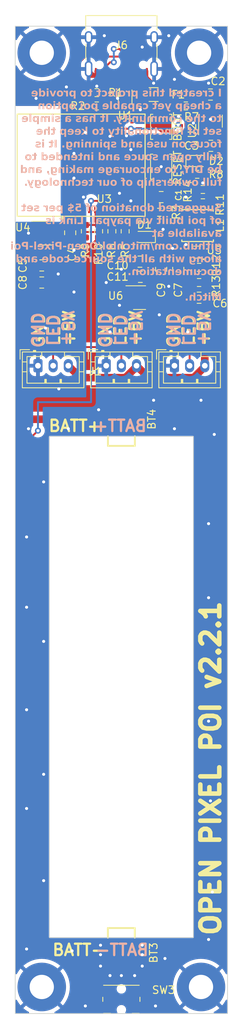
<source format=kicad_pcb>
(kicad_pcb (version 20221018) (generator pcbnew)
  (layers (0 "F.Cu" signal) (31 "B.Cu" signal) (34 "B.Paste" user) (35 "F.Paste" user) (36 "B.SilkS" user "B.Silkscreen") (37 "F.SilkS" user "F.Silkscreen") (38 "B.Mask" user) (39 "F.Mask" user) (44 "Edge.Cuts" user))
  (net 0 "")
  (net 1 "+BATT")
  (net 2 "RESET")
  (net 3 "+5V")
  (net 4 "+3.3V")
  (net 5 "Net-(D1-A)")
  (net 6 "+5VD")
  (net 7 "LED Data")
  (net 8 "Net-(J6-CC1)")
  (net 9 "Net-(J6-D+-PadA6)")
  (net 10 "Net-(J6-D--PadA7)")
  (net 12 "Net-(J6-CC2)")
  (net 14 "BOOT")
  (net 15 "POI SW")
  (net 16 "USB_D+")
  (net 17 "USB_D-")
  (net 19 "VBATT_SENSE")
  (net 29 "REG_SIGNAL")
  (net 34 "Net-(J1-Pin_2)")
  (net 35 "Net-(F1-Pad1)")
  (net 36 "-BATT")
  (net 37 "Net-(D2-K)")
  (net 38 "Net-(D2-A)")
  (net 39 "Net-(U5-SW)")
  (net 40 "Net-(U2-PROG)")
  (net 41 "Net-(U5-FB)")
  (net 43 "ESP LED")
  (footprint "Package_TO_SOT_SMD:SOT-23-5" (layer "F.Cu") (at 54 57.25)
    (fp_text reference "U4")
    (fp_text value "XC6210B332MR")
  )
  (footprint "Resistor_SMD:R_0603_1608Metric" (layer "F.Cu") (at 62.75 57 -90)
    (fp_text reference "R6")
    (fp_text value "100k")
  )
  (footprint "Resistor_SMD:R_0603_1608Metric" (layer "F.Cu") (at 72.5 40.5 180)
    (fp_text reference "R7")
    (fp_text value "2k")
  )
  (footprint "Capacitor_SMD:C_0805_2012Metric" (layer "F.Cu") (at 75.8 45.75)
    (fp_text reference "C3")
    (fp_text value "4.7n")
  )
  (footprint "Resistor_SMD:R_0603_1608Metric" (layer "F.Cu") (at 64.5 57 90)
    (fp_text reference "R5")
    (fp_text value "1k")
  )
  (footprint "easyeda2kicad:SMD_MY-ZJ-110" (layer "F.Cu") (at 64 81.75 -90)
    (fp_text reference "BT4")
    (fp_text value "MY-ZJ-110" hide)
  )
  (footprint "easyeda2kicad:SOT-563_L1.6-W1.2-P0.50-LS1.6-BR" (layer "F.Cu") (at 74 59.75)
    (fp_text reference "U5")
    (fp_text value "TPS61023DRLR")
  )
  (footprint "Capacitor_SMD:C_0805_2012Metric" (layer "F.Cu") (at 75.75 39 180)
    (fp_text reference "C2")
    (fp_text value "4.7n")
  )
  (footprint "Package_TO_SOT_SMD:SOT-23-5" (layer "F.Cu") (at 66.398683 65.739887)
    (fp_text reference "U6")
    (fp_text value "SN74LV1T34DBV")
  )
  (footprint "Capacitor_SMD:C_0805_2012Metric" (layer "F.Cu") (at 69.25 52.5 180)
    (fp_text reference "C1")
    (fp_text value "100n")
  )
  (footprint "Capacitor_SMD:C_0805_2012Metric" (layer "F.Cu") (at 69.25 62 90)
    (fp_text reference "C9")
    (fp_text value "22u")
  )
  (footprint "footprints:ESP32-C3-MINI-1_EXP" (layer "F.Cu") (at 58.6949 48.300001 90)
    (fp_text reference "U3")
    (fp_text value "ESP32-C3-MINI-1-N4")
  )
  (footprint "Package_TO_SOT_SMD:SOT-23-5" (layer "F.Cu") (at 75.75 42.5 90)
    (fp_text reference "U2")
    (fp_text value "MCP73831-2-OT")
  )
  (footprint "Button_Switch_SMD:SW_SPST_B3U-1000P" (layer "F.Cu") (at 69.25 43.25 -90)
    (fp_text reference "SW2" hide)
    (fp_text value "SW_Push" hide)
  )
  (footprint "Connector_JST:JST_PH_B3B-PH-K_1x03_P2.00mm_Vertical" (layer "F.Cu") (at 53 74.7)
    (fp_text reference "J1")
    (fp_text value "Conn_01x03_Socket" hide)
  )
  (footprint "Capacitor_SMD:C_0805_2012Metric" (layer "F.Cu") (at 74.25 65.75)
    (fp_text reference "C6")
    (fp_text value "22u")
  )
  (footprint "Resistor_SMD:R_0603_1608Metric" (layer "F.Cu") (at 60.75 40.5 180)
    (fp_text reference "R2")
    (fp_text value "5k1")
  )
  (footprint "Resistor_SMD:R_0603_1608Metric" (layer "F.Cu") (at 74.75 51.5)
    (fp_text reference "R14")
    (fp_text value "10k")
  )
  (footprint "Resistor_SMD:R_0603_1608Metric" (layer "F.Cu") (at 74.25 63.75 180)
    (fp_text reference "R13")
    (fp_text value "732k")
  )
  (footprint "Capacitor_SMD:C_0805_2012Metric" (layer "F.Cu") (at 53.5 63.75 180)
    (fp_text reference "C8")
    (fp_text value "1u")
  )
  (footprint "easyeda2kicad:IND-SMD_L4.0-W4.0-A" (layer "F.Cu") (at 74.05 56.25 180)
    (fp_text reference "L1")
    (fp_text value "XEL4030-102MEC")
  )
  (footprint "Resistor_SMD:R_0603_1608Metric" (layer "F.Cu") (at 74.75 53.25 180)
    (fp_text reference "R11")
    (fp_text value "100k")
  )
  (footprint "Resistor_SMD:R_0603_1608Metric" (layer "F.Cu") (at 74 49.5 180)
    (fp_text reference "R8")
    (fp_text value "1k")
  )
  (footprint "MountingHole:MountingHole_3.2mm_M3_Pad" (layer "F.Cu") (at 53.5 33.5)
    (fp_text reference "H1" hide)
    (fp_text value "MountingHole" hide)
  )
  (footprint "easyeda2kicad:SMD_MY-ZJ-110" (layer "F.Cu") (at 64 152.25 90)
    (fp_text reference "BT3")
    (fp_text value "MY-ZJ-110" hide)
  )
  (footprint "Capacitor_SMD:C_0805_2012Metric" (layer "F.Cu") (at 66.5 63)
    (fp_text reference "C11")
    (fp_text value "0.1u")
  )
  (footprint "Fuse:Fuse_1206_3216Metric" (layer "F.Cu") (at 68.25 39)
    (fp_text reference "F1")
    (fp_text value "Polyfuse_Small (1A)" hide)
  )
  (footprint "Button_Switch_SMD:SW_SPST_B3U-1000P" (layer "F.Cu") (at 69.25 48.5 -90)
    (fp_text reference "SW1" hide)
    (fp_text value "SW_Push" hide)
  )
  (footprint "Resistor_SMD:R_0603_1608Metric" (layer "F.Cu") (at 59.25 57 -90)
    (fp_text reference "R9")
    (fp_text value "220k")
  )
  (footprint "Package_TO_SOT_SMD:SOT-666" (layer "F.Cu") (at 64.5 39.5 -90)
    (fp_text reference "U1")
    (fp_text value "USBLC6-2P6")
  )
  (footprint "Capacitor_SMD:C_0805_2012Metric" (layer "F.Cu") (at 66.45 61)
    (fp_text reference "C10")
    (fp_text value "1u")
  )
  (footprint "Resistor_SMD:R_0603_1608Metric" (layer "F.Cu") (at 60.75 38.75)
    (fp_text reference "R1")
    (fp_text value "5k1")
  )
  (footprint "Connector_JST:JST_PH_B3B-PH-K_1x03_P2.00mm_Vertical" (layer "F.Cu") (at 62 74.7)
    (fp_text reference "J3" hide)
    (fp_text value "Conn_01x03_Socket" hide)
  )
  (footprint "MountingHole:MountingHole_3.2mm_M3_Pad" (layer "F.Cu") (at 74.5 156.5)
    (fp_text reference "H4" hide)
    (fp_text value "MountingHole" hide)
  )
  (footprint "LED_SMD:LED_0603_1608Metric" (layer "F.Cu") (at 74 47.75)
    (fp_text reference "D2")
    (fp_text value "LED")
  )
  (footprint "Capacitor_SMD:C_0805_2012Metric" (layer "F.Cu") (at 53.5 61.5 180)
    (fp_text reference "C5")
    (fp_text value "1u")
  )
  (footprint "Capacitor_SMD:C_0805_2012Metric" (layer "F.Cu") (at 57.25 57.2 90)
    (fp_text reference "C4")
    (fp_text value "1u")
  )
  (footprint "MountingHole:MountingHole_3.2mm_M3_Pad" (layer "F.Cu") (at 53.5 156.5)
    (fp_text reference "H3" hide)
    (fp_text value "MountingHole" hide)
  )
  (footprint "LED_SMD:LED_0603_1608Metric" (layer "F.Cu") (at 67 57.75 180)
    (fp_text reference "D1")
    (fp_text value "LED")
  )
  (footprint "Button_Switch_SMD:Panasonic_EVQPUL_EVQPUC" (layer "F.Cu") (at 64 158.125 180)
    (fp_text reference "SW3")
    (fp_text value "SW_Push")
  )
  (footprint "Resistor_SMD:R_0603_1608Metric" (layer "F.Cu") (at 69 54.5)
    (fp_text reference "R3")
    (fp_text value "100k")
  )
  (footprint "MountingHole:MountingHole_3.2mm_M3_Pad" (layer "F.Cu") (at 74.25 33.5)
    (fp_text reference "H2" hide)
    (fp_text value "MountingHole" hide)
  )
  (footprint "Capacitor_SMD:C_0805_2012Metric" (layer "F.Cu") (at 71.5 62 90)
    (fp_text reference "C7")
    (fp_text value "22u")
  )
  (footprint "Connector_USB:USB_C_Receptacle_HRO_TYPE-C-31-M-12" (layer "F.Cu") (at 64 32.5 180)
    (fp_text reference "J6")
    (fp_text value "USB_C_Receptacle_USB2.0_16P")
  )
  (footprint "Resistor_SMD:R_0603_1608Metric" (layer "F.Cu") (at 61 57 90)
    (fp_text reference "R10")
    (fp_text value "220k")
  )
  (footprint "Resistor_SMD:R_0603_1608Metric" (layer "F.Cu") (at 74.25 61.75)
    (fp_text reference "R12")
    (fp_text value "100k")
  )
  (footprint "Connector_JST:JST_PH_B3B-PH-K_1x03_P2.00mm_Vertical" (layer "F.Cu") (at 71 74.7)
    (fp_text reference "J2" hide)
    (fp_text value "Conn_01x03_Socket" hide)
  )
  (gr_rect locked (start 54.5 84) (end 73.5 150) (stroke (width 0.1)) (fill none) (layer "Edge.Cuts"))
  (gr_rect locked (start 50 30) (end 78 160) (stroke (width 0.1)) (fill none) (layer "Edge.Cuts"))
  (gr_text "BATT+" (at 67.5 83.5) (layer "B.SilkS") (effects (font (size 1.5 1.5) (thickness 0.3) bold) (justify left bottom mirror)))
  (gr_text "GND" (at 70 72.5 -90) (layer "B.SilkS") (effects (font (size 1.5 1.5) (thickness 0.3) bold) (justify left bottom mirror)))
  (gr_text "GND" (at 52 72.5 -90) (layer "B.SilkS") (effects (font (size 1.5 1.5) (thickness 0.3) bold) (justify left bottom mirror)))
  (gr_text "GND" (at 61 72.5 -90) (layer "B.SilkS") (effects (font (size 1.5 1.5) (thickness 0.3) bold) (justify left bottom mirror)))
  (gr_text "+5V" (at 65 72.25 -90) (layer "B.SilkS") (effects (font (size 1.5 1.5) (thickness 0.3) bold) (justify left bottom mirror)))
  (gr_text "I created this project to provide\na cheap yet capable poi option\nto the community. It has a simple\nset of functionality to keep the\nfocus on use and spinning. It is\nfully open souce and intended to\nbe DIY, to encourage making, and\nfull ownership of our technology.\n\nSuggested donation of 5$ per set\nof poi built via paypal. Link is\navailable at\ngithub.com/mitchlol/Open-Pixel-Poi\nalong with all the source code and\ndocumentation.\n\nMitch." (at 77.25 38.25) (layer "B.SilkS") (effects (font (size 1 1)) (justify left top mirror)))
  (gr_text "LED" (at 54 72.25 -90) (layer "B.SilkS") (effects (font (size 1.5 1.5) (thickness 0.3) bold) (justify left bottom mirror)))
  (gr_text "LED" (at 72 72.25 -90) (layer "B.SilkS") (effects (font (size 1.5 1.5) (thickness 0.3) bold) (justify left bottom mirror)))
  (gr_text "+5V" (at 56 72.25 -90) (layer "B.SilkS") (effects (font (size 1.5 1.5) (thickness 0.3) bold) (justify left bottom mirror)))
  (gr_text "+5V" (at 74 72.25 -90) (layer "B.SilkS") (effects (font (size 1.5 1.5) (thickness 0.3) bold) (justify left bottom mirror)))
  (gr_text "BATT-" (at 67.75 152.5) (layer "B.SilkS") (effects (font (size 1.5 1.5) (thickness 0.3) bold) (justify left bottom mirror)))
  (gr_text "LED" (at 63 72.25 -90) (layer "B.SilkS") (effects (font (size 1.5 1.5) (thickness 0.3) bold) (justify left bottom mirror)))
  (gr_text "RESET" (at 72 51 90) (layer "F.SilkS") (effects (font (size 1 1)) (justify left bottom)))
  (gr_text "+5V" (at 66.75 72.25 90) (layer "F.SilkS") (effects (font (size 1.5 1.5) (thickness 0.3) bold) (justify left bottom)))
  (gr_text "LED" (at 73.75 72.25 90) (layer "F.SilkS") (effects (font (size 1.5 1.5) (thickness 0.3) bold) (justify left bottom)))
  (gr_text "LED" (at 64.75 72.25 90) (layer "F.SilkS") (effects (font (size 1.5 1.5) (thickness 0.3) bold) (justify left bottom)))
  (gr_text "BATT-" (at 54.75 152.5) (layer "F.SilkS") (effects (font (size 1.5 1.5) (thickness 0.3) bold) (justify left bottom)))
  (gr_text "GND" (at 62.75 72.5 90) (layer "F.SilkS") (effects (font (size 1.5 1.5) (thickness 0.3) bold) (justify left bottom)))
  (gr_text "BATT+" (at 54.25 83.5) (layer "F.SilkS") (effects (font (size 1.5 1.5) (thickness 0.3) bold) (justify left bottom)))
  (gr_text "OPEN PIXEL POI v2.2.1" (at 77.25 150 90) (layer "F.SilkS") (effects (font (size 2.5 2.5) (thickness 0.6) bold) (justify left bottom)))
  (gr_text "GND" (at 54 72.5 90) (layer "F.SilkS") (effects (font (size 1.5 1.5) (thickness 0.3) bold) (justify left bottom)))
  (gr_text "+5V" (at 58 72.25 90) (layer "F.SilkS") (effects (font (size 1.5 1.5) (thickness 0.3) bold) (justify left bottom)))
  (gr_text "LED" (at 56 72.25 90) (layer "F.SilkS") (effects (font (size 1.5 1.5) (thickness 0.3) bold) (justify left bottom)))
  (gr_text "+5V" (at 75.75 72.25 90) (layer "F.SilkS") (effects (font (size 1.5 1.5) (thickness 0.3) bold) (justify left bottom)))
  (gr_text "GND" (at 71.75 72.5 90) (layer "F.SilkS") (effects (font (size 1.5 1.5) (thickness 0.3) bold) (justify left bottom)))
  (gr_text "BOOT" (at 72 45.25 90) (layer "F.SilkS") (effects (font (size 1 1)) (justify left bottom)))
  (segment (start 76.75 65.5) (end 76.75 81.75) (width 1) (layer "F.Cu") (net 1))
  (segment (start 75.2 65.75) (end 76.5 65.75) (width 0.5) (layer "F.Cu") (net 1))
  (segment (start 64 81.75) (end 76.75 81.75) (width 1) (layer "F.Cu") (net 1))
  (segment (start 51 56.974695) (end 51 58.4) (width 0.25) (layer "F.Cu") (net 1))
  (segment (start 75.25 58.75) (end 75.1 58.9) (width 1) (layer "F.Cu") (net 1))
  (segment (start 76.75 43.6875) (end 76.7 43.6375) (width 0.25) (layer "F.Cu") (net 1))
  (segment (start 76.75 45.75) (end 76.75 53) (width 1) (layer "F.Cu") (net 1))
  (segment (start 64 81.75) (end 51.25 81.75) (width 1) (layer "F.Cu") (net 1))
  (segment (start 53.524999 58.2) (end 54.474999 57.25) (width 0.25) (layer "F.Cu") (net 1))
  (segment (start 52.55 61.5) (end 51 61.5) (width 0.25) (layer "F.Cu") (net 1))
  (segment (start 75.575 53.25) (end 76.5 53.25) (width 0.5) (layer "F.Cu") (net 1))
  (segment (start 52.8625 58.4) (end 51 58.4) (width 1) (layer "F.Cu") (net 1))
  (segment (start 51.674695 56.3) (end 51 56.974695) (width 0.25) (layer "F.Cu") (net 1))
  (segment (start 51 63.75) (end 51 81.5) (width 1) (layer "F.Cu") (net 1))
  (segment (start 53.524999 56.3) (end 52.8625 56.3) (width 0.25) (layer "F.Cu") (net 1))
  (segment (start 51.25 81.75) (end 51 81.5) (width 0.25) (layer "F.Cu") (net 1))
  (segment (start 59.25 57.825) (end 58.4701 57.825) (width 0.25) (layer "F.Cu") (net 1))
  (segment (start 76.75 53) (end 76.75 65.5) (width 1) (layer "F.Cu") (net 1))
  (segment (start 58.4701 57.825) (end 57.8951 57.25) (width 0.25) (layer "F.Cu") (net 1))
  (segment (start 76.75 45.75) (end 76.75 43.6875) (width 0.6) (layer "F.Cu") (net 1))
  (segment (start 52.8625 58.2) (end 53.524999 58.2) (width 0.25) (layer "F.Cu") (net 1))
  (segment (start 76.5 65.75) (end 76.75 65.5) (width 0.5) (layer "F.Cu") (net 1))
  (segment (start 51 58.4) (end 51 61.5) (width 1) (layer "F.Cu") (net 1))
  (segment (start 51 61.5) (end 51 63.75) (width 1) (layer "F.Cu") (net 1))
  (segment (start 75.25 56.25) (end 75.25 58.75) (width 1) (layer "F.Cu") (net 1))
  (segment (start 75.25 56.25) (end 76.5 56.25) (width 1) (layer "F.Cu") (net 1))
  (segment (start 57.8951 57.25) (end 54.474999 57.25) (width 0.25) (layer "F.Cu") (net 1))
  (segment (start 52.55 63.75) (end 51 63.75) (width 0.25) (layer "F.Cu") (net 1))
  (segment (start 52.8625 56.3) (end 51.674695 56.3) (width 0.25) (layer "F.Cu") (net 1))
  (segment (start 54.474999 57.25) (end 53.524999 56.3) (width 0.25) (layer "F.Cu") (net 1))
  (segment (start 76.5 53.25) (end 76.75 53) (width 0.5) (layer "F.Cu") (net 1))
  (segment (start 68.175 52.625) (end 68.3 52.5) (width 0.25) (layer "F.Cu") (net 2))
  (segment (start 68.3 51.15) (end 69.25 50.2) (width 0.25) (layer "F.Cu") (net 2))
  (segment (start 67.425 55.25) (end 63 55.25) (width 0.25) (layer "F.Cu") (net 2))
  (segment (start 68.175 54.5) (end 67.425 55.25) (width 0.25) (layer "F.Cu") (net 2))
  (segment (start 68.3 52.5) (end 68.3 51.15) (width 0.25) (layer "F.Cu") (net 2))
  (segment (start 68.175 54.5) (end 68.175 52.625) (width 0.25) (layer "F.Cu") (net 2))
  (segment (start 63 55.25) (end 62.999999 54.199999) (width 0.25) (layer "F.Cu") (net 2))
  (segment (start 67.675 62.825) (end 67.75 62.75) (width 0.25) (layer "F.Cu") (net 3))
  (segment (start 69.25 61.05) (end 71.5 61.05) (width 1) (layer "F.Cu") (net 3))
  (segment (start 57 74.7) (end 58.575 76.275) (width 1) (layer "F.Cu") (net 3))
  (segment (start 75 74.7) (end 75 67.5) (width 1) (layer "F.Cu") (net 3))
  (segment (start 75 74.813478) (end 75 74.7) (width 1) (layer "F.Cu") (net 3))
  (segment (start 74.15 62.55) (end 74.15 61.15) (width 0.25) (layer "F.Cu") (net 3))
  (segment (start 67.75 61.25) (end 67.95 61.05) (width 1) (layer "F.Cu") (net 3))
  (segment (start 68.188355 64.137715) (end 68.362285 64.137715) (width 0.25) (layer "F.Cu") (net 3))
  (segment (start 67.95 61.05) (end 69.25 61.05) (width 1) (layer "F.Cu") (net 3))
  (segment (start 67.75 63.52543) (end 67.75 62.75) (width 1) (layer "F.Cu") (net 3))
  (segment (start 71.5 61.05) (end 72.2 60.35) (width 0.5) (layer "F.Cu") (net 3))
  (segment (start 64.538478 76.275) (end 66 74.813478) (width 1) (layer "F.Cu") (net 3))
  (segment (start 72.2 60.35) (end 73.25 60.35) (width 0.5) (layer "F.Cu") (net 3))
  (segment (start 75 67.5) (end 71.72457 67.5) (width 1) (layer "F.Cu") (net 3))
  (segment (start 68.362285 64.137715) (end 67.75 63.52543) (width 1) (layer "F.Cu") (net 3))
  (segment (start 66 74.813478) (end 66 74.7) (width 1) (layer "F.Cu") (net 3))
  (segment (start 67.536183 64.789887) (end 68.188355 64.137715) (width 0.25) (layer "F.Cu") (net 3))
  (segment (start 74.15 61.15) (end 73.25 60.25) (width 0.25) (layer "F.Cu") (net 3))
  (segment (start 67.575 76.275) (end 73.538478 76.275) (width 1) (layer "F.Cu") (net 3))
  (segment (start 73.425 63.275) (end 74.15 62.55) (width 0.25) (layer "F.Cu") (net 3))
  (segment (start 58.575 76.275) (end 64.538478 76.275) (width 1) (layer "F.Cu") (net 3))
  (segment (start 67.75 62.75) (end 67.75 61.25) (width 1) (layer "F.Cu") (net 3))
  (segment (start 71.72457 67.5) (end 68.362285 64.137715) (width 1) (layer "F.Cu") (net 3))
  (segment (start 73.538478 76.275) (end 75 74.813478) (width 1) (layer "F.Cu") (net 3))
  (segment (start 66 74.7) (end 67.575 76.275) (width 1) (layer "F.Cu") (net 3))
  (segment (start 55.1375 56.3) (end 57.2 56.3) (width 0.25) (layer "F.Cu") (net 4))
  (segment (start 57.25 56.25) (end 57.951996 56.25) (width 0.25) (layer "F.Cu") (net 4))
  (segment (start 67.9 56.9) (end 63.675 56.9) (width 0.25) (layer "F.Cu") (net 4))
  (segment (start 57.2 56.3) (end 57.25 56.25) (width 0.25) (layer "F.Cu") (net 4))
  (segment (start 58.85 57.1) (end 62.025 57.1) (width 0.25) (layer "F.Cu") (net 4))
  (segment (start 62.025 57.1) (end 62.75 57.825) (width 0.25) (layer "F.Cu") (net 4))
  (segment (start 69.825 54.975) (end 67.9 56.9) (width 0.25) (layer "F.Cu") (net 4))
  (segment (start 57.951996 56.25) (end 58.25 55.951996) (width 0.25) (layer "F.Cu") (net 4))
  (segment (start 58.25 56.5) (end 58.85 57.1) (width 0.25) (layer "F.Cu") (net 4))
  (segment (start 69.825 54.5) (end 69.825 54.975) (width 0.25) (layer "F.Cu") (net 4))
  (segment (start 63.675 56.9) (end 62.75 57.825) (width 0.25) (layer "F.Cu") (net 4))
  (segment (start 59 55.201996) (end 58.25 55.951996) (width 0.25) (layer "F.Cu") (net 4))
  (segment (start 58.25 55.951996) (end 58.25 56.5) (width 0.25) (layer "F.Cu") (net 4))
  (segment (start 59 54.199999) (end 59 55.201996) (width 0.25) (layer "F.Cu") (net 4))
  (segment (start 66.1375 57.825) (end 66.2125 57.75) (width 0.25) (layer "F.Cu") (net 5))
  (segment (start 64.5 57.825) (end 66.1375 57.825) (width 0.25) (layer "F.Cu") (net 5))
  (segment (start 69.65 39.6) (end 69 40.25) (width 0.25) (layer "F.Cu") (net 6))
  (segment (start 74.8 39.4625) (end 74.8 39) (width 0.25) (layer "F.Cu") (net 6))
  (segment (start 69.65 39) (end 69.65 39.6) (width 0.25) (layer "F.Cu") (net 6))
  (segment (start 76.7 41.3625) (end 74.8 39.4625) (width 1) (layer "F.Cu") (net 6))
  (segment (start 74.8 39) (end 72.5 39) (width 1) (layer "F.Cu") (net 6))
  (segment (start 65.5 39.75) (end 64.55 39.75) (width 0.25) (layer "F.Cu") (net 6))
  (segment (start 73.175 49.5) (end 72.45 48.775) (width 0.25) (layer "F.Cu") (net 6))
  (segment (start 69 40.25) (end 66 40.25) (width 0.25) (layer "F.Cu") (net 6))
  (segment (start 66 40.25) (end 65.5 39.75) (width 0.25) (layer "F.Cu") (net 6))
  (segment (start 64.55 39.75) (end 64.5 39.8) (width 0.25) (layer "F.Cu") (net 6))
  (segment (start 72.45 48.775) (end 72.45 39.05) (width 0.25) (layer "F.Cu") (net 6))
  (segment (start 64.5 39.8) (end 64.5 40.425) (width 0.25) (layer "F.Cu") (net 6))
  (segment (start 72.5 39) (end 69.65 39) (width 1) (layer "F.Cu") (net 6))
  (segment (start 72.45 39.05) (end 72.5 39) (width 0.25) (layer "F.Cu") (net 6))
  (segment (start 67.450002 45.100002) (end 66.3 45.100002) (width 0.25) (layer "F.Cu") (net 7))
  (segment (start 64.598684 65.739887) (end 63 64.141203) (width 0.25) (layer "F.Cu") (net 7))
  (segment (start 64.25 58.75) (end 69 58.75) (width 0.25) (layer "F.Cu") (net 7))
  (segment (start 63 64.141203) (end 63 60) (width 0.25) (layer "F.Cu") (net 7))
  (segment (start 71.25 56.5) (end 71.25 52.224695) (width 0.25) (layer "F.Cu") (net 7))
  (segment (start 65.261183 65.739887) (end 64.598684 65.739887) (width 0.25) (layer "F.Cu") (net 7))
  (segment (start 70.4 46) (end 68.35 46) (width 0.25) (layer "F.Cu") (net 7))
  (segment (start 68.35 46) (end 67.450002 45.100002) (width 0.25) (layer "F.Cu") (net 7))
  (segment (start 71.25 52.224695) (end 71.55 51.924695) (width 0.25) (layer "F.Cu") (net 7))
  (segment (start 71.55 47.15) (end 70.4 46) (width 0.25) (layer "F.Cu") (net 7))
  (segment (start 69 58.75) (end 71.25 56.5) (width 0.25) (layer "F.Cu") (net 7))
  (segment (start 63 60) (end 64.25 58.75) (width 0.25) (layer "F.Cu") (net 7))
  (segment (start 71.55 51.924695) (end 71.55 47.15) (width 0.25) (layer "F.Cu") (net 7))
  (segment (start 65.25 35.363604) (end 65.25 36.545) (width 0.25) (layer "F.Cu") (net 8))
  (segment (start 59.925 38.75) (end 59.925 38.675) (width 0.25) (layer "F.Cu") (net 8))
  (segment (start 58.5 34.75) (end 59.25 34) (width 0.25) (layer "F.Cu") (net 8))
  (segment (start 59.925 38.675) (end 58.5 37.25) (width 0.25) (layer "F.Cu") (net 8))
  (segment (start 63.886396 34) (end 65.25 35.363604) (width 0.25) (layer "F.Cu") (net 8))
  (segment (start 59.25 34) (end 63.886396 34) (width 0.25) (layer "F.Cu") (net 8))
  (segment (start 58.5 37.25) (end 58.5 34.75) (width 0.25) (layer "F.Cu") (net 8))
  (segment (start 64.25 36.545) (end 64.25 37.57) (width 0.25) (layer "F.Cu") (net 9))
  (segment (start 63.75 37.595) (end 63.275 37.595) (width 0.25) (layer "F.Cu") (net 9))
  (segment (start 64.25 37.57) (end 64.225 37.595) (width 0.25) (layer "F.Cu") (net 9))
  (segment (start 63.275 37.595) (end 63.25 37.57) (width 0.25) (layer "F.Cu") (net 9))
  (segment (start 63.9625 37.8075) (end 63.75 37.595) (width 0.25) (layer "F.Cu") (net 9))
  (segment (start 64.225 37.595) (end 63.75 37.595) (width 0.25) (layer "F.Cu") (net 9))
  (segment (start 63.25 37.57) (end 63.25 36.545) (width 0.25) (layer "F.Cu") (net 9))
  (segment (start 63.9625 38.65) (end 63.9625 37.8075) (width 0.25) (layer "F.Cu") (net 9))
  (segment (start 64.75 35.5) (end 64.75 36.545) (width 0.25) (layer "F.Cu") (net 10))
  (segment (start 65.0375 37.8575) (end 64.75 37.57) (width 0.25) (layer "F.Cu") (net 10))
  (segment (start 64.745 35.495) (end 64.75 35.5) (width 0.25) (layer "F.Cu") (net 10))
  (segment (start 63.75 35.52) (end 63.775 35.495) (width 0.25) (layer "F.Cu") (net 10))
  (segment (start 64.75 37.57) (end 64.75 36.545) (width 0.25) (layer "F.Cu") (net 10))
  (segment (start 65.0375 38.65) (end 65.0375 37.8575) (width 0.25) (layer "F.Cu") (net 10))
  (segment (start 63.775 35.495) (end 64.745 35.495) (width 0.25) (layer "F.Cu") (net 10))
  (segment (start 63.75 36.545) (end 63.75 35.52) (width 0.25) (layer "F.Cu") (net 10))
  (segment (start 62.75 40) (end 62.25 40.5) (width 0.25) (layer "F.Cu") (net 12))
  (segment (start 62.25 36.545) (end 62.25 37.5) (width 0.25) (layer "F.Cu") (net 12))
  (segment (start 62.25 37.5) (end 62.75 38) (width 0.25) (layer "F.Cu") (net 12))
  (segment (start 62.25 40.5) (end 61.575 40.5) (width 0.25) (layer "F.Cu") (net 12))
  (segment (start 62.75 38) (end 62.75 40) (width 0.25) (layer "F.Cu") (net 12))
  (segment (start 68.600001 44.300001) (end 66.3 44.300001) (width 0.25) (layer "F.Cu") (net 14))
  (segment (start 69.25 44.95) (end 68.600001 44.300001) (width 0.25) (layer "F.Cu") (net 14))
  (segment (start 52.25 149) (end 52.25 84) (width 0.25) (layer "F.Cu") (net 15))
  (segment (start 66.4 157.5) (end 61.6 157.5) (width 0.25) (layer "F.Cu") (net 15))
  (segment (start 61.6 157.5) (end 61.375 157.275) (width 0.25) (layer "F.Cu") (net 15))
  (segment (start 66.625 157.275) (end 66.4 157.5) (width 0.25) (layer "F.Cu") (net 15))
  (segment (start 61.375 157.275) (end 60.525 157.275) (width 0.25) (layer "F.Cu") (net 15))
  (segment (start 60.525 157.275) (end 52.25 149) (width 0.25) (layer "F.Cu") (net 15))
  (segment (start 62.75 56.175) (end 61.4 54.825) (width 0.25) (layer "F.Cu") (net 15))
  (segment (start 61.4 54.199999) (end 61.4 53.543599) (width 0.25) (layer "F.Cu") (net 15))
  (segment (start 52.25 84) (end 53 83.25) (width 0.25) (layer "F.Cu") (net 15))
  (segment (start 61.4 54.825) (end 61.4 54.199999) (width 0.25) (layer "F.Cu") (net 15))
  (segment (start 61.4 53.543599) (end 60.856401 53) (width 0.25) (layer "F.Cu") (net 15))
  (segment (start 60.856401 53) (end 60 53) (width 0.25) (layer "F.Cu") (net 15))
  (via (at 53 83.25) (size 0.8) (drill 0.4) (layers "F.Cu" "B.Cu") (net 15))
  (via (at 60 53) (size 0.8) (drill 0.4) (layers "F.Cu" "B.Cu") (net 15))
  (segment (start 60 79.5) (end 53 79.5) (width 0.25) (layer "B.Cu") (net 15))
  (segment (start 53 79.5) (end 53 83.25) (width 0.25) (layer "B.Cu") (net 15))
  (segment (start 60 53) (end 60 79.5) (width 0.25) (layer "B.Cu") (net 15))
  (segment (start 63.9625 42.237503) (end 63.8 42.400003) (width 0.2) (layer "F.Cu") (net 16))
  (segment (start 63.9625 40.35) (end 63.9625 42.237503) (width 0.2) (layer "F.Cu") (net 16))
  (segment (start 65.0375 41.693603) (end 64.599999 42.131104) (width 0.2) (layer "F.Cu") (net 17))
  (segment (start 64.599999 42.131104) (end 64.599999 42.400003) (width 0.2) (layer "F.Cu") (net 17))
  (segment (start 65.0375 40.35) (end 65.0375 41.693603) (width 0.2) (layer "F.Cu") (net 17))
  (segment (start 59.25 56.175) (end 61 56.175) (width 0.25) (layer "F.Cu") (net 19))
  (segment (start 61 56.175) (end 60.599999 55.774999) (width 0.25) (layer "F.Cu") (net 19))
  (segment (start 60.599999 55.774999) (end 60.599999 54.199999) (width 0.25) (layer "F.Cu") (net 19))
  (segment (start 72 43) (end 72 49.575) (width 0.25) (layer "F.Cu") (net 29))
  (segment (start 73.925 51.5) (end 73.925 53.25) (width 0.25) (layer "F.Cu") (net 29))
  (segment (start 74.15 59.75) (end 74.75 59.75) (width 0.25) (layer "F.Cu") (net 29))
  (segment (start 61.4 42.728199) (end 62.171801 43.5) (width 0.25) (layer "F.Cu") (net 29))
  (segment (start 61.4 42.400003) (end 61.4 42.728199) (width 0.25) (layer "F.Cu") (net 29))
  (segment (start 71.5 43) (end 72 43) (width 0.25) (layer "F.Cu") (net 29))
  (segment (start 74 53.75) (end 74 59.6) (width 0.25) (layer "F.Cu") (net 29))
  (segment (start 74 59.6) (end 74.15 59.75) (width 0.25) (layer "F.Cu") (net 29))
  (segment (start 62.171801 43.5) (end 65.25 43.5) (width 0.25) (layer "F.Cu") (net 29))
  (segment (start 72 49.575) (end 73.925 51.5) (width 0.25) (layer "F.Cu") (net 29))
  (via (at 65.25 43.5) (size 0.8) (drill 0.4) (layers "F.Cu" "B.Cu") (net 29))
  (via (at 71.5 43) (size 0.8) (drill 0.4) (layers "F.Cu" "B.Cu") (net 29))
  (segment (start 71.5 43) (end 71 43.5) (width 0.25) (layer "B.Cu") (net 29))
  (segment (start 65 43.5) (end 65.25 43.5) (width 0) (layer "B.Cu") (net 29))
  (segment (start 71 43.5) (end 65.25 43.5) (width 0.25) (layer "B.Cu") (net 29))
  (segment (start 67.536183 72.213817) (end 67.5 72.25) (width 0.25) (layer "F.Cu") (net 34))
  (segment (start 67.536183 66.689887) (end 67.536183 72.213817) (width 0.25) (layer "F.Cu") (net 34))
  (segment (start 67.5 72.25) (end 64.75 72.25) (width 0.25) (layer "F.Cu") (net 34))
  (segment (start 73 72.25) (end 67.5 72.25) (width 0.25) (layer "F.Cu") (net 34))
  (segment (start 64 72.25) (end 64 74.7) (width 0.25) (layer "F.Cu") (net 34))
  (segment (start 64 72.25) (end 55 72.25) (width 0.25) (layer "F.Cu") (net 34))
  (segment (start 73 74.7) (end 73 72.25) (width 0.25) (layer "F.Cu") (net 34))
  (segment (start 64.75 72.25) (end 64 72.25) (width 0.25) (layer "F.Cu") (net 34))
  (segment (start 55 72.25) (end 55 74.7) (width 0.25) (layer "F.Cu") (net 34))
  (segment (start 62.52 34.75) (end 63 34.75) (width 0.25) (layer "F.Cu") (net 35))
  (segment (start 66.45 36.545) (end 66.45 38.6) (width 0.6) (layer "F.Cu") (net 35))
  (segment (start 66.45 35.7) (end 66.45 36.545) (width 0.25) (layer "F.Cu") (net 35))
  (segment (start 63 33) (end 63.75 33) (width 0.25) (layer "F.Cu") (net 35))
  (segment (start 66.45 38.6) (end 66.85 39) (width 0.6) (layer "F.Cu") (net 35))
  (segment (start 61.55 35.72) (end 62.52 34.75) (width 0.25) (layer "F.Cu") (net 35))
  (segment (start 63.75 33) (end 66.45 35.7) (width 0.25) (layer "F.Cu") (net 35))
  (segment (start 61.55 36.545) (end 61.55 35.72) (width 0.25) (layer "F.Cu") (net 35))
  (via (at 63 33) (size 0.8) (drill 0.4) (layers "F.Cu" "B.Cu") (net 35))
  (via (at 63 34.75) (size 0.8) (drill 0.4) (layers "F.Cu" "B.Cu") (net 35))
  (segment (start 63 34.75) (end 63 33) (width 0.25) (layer "B.Cu") (net 35))
  (segment (start 60.756854 37.89738) (end 60.756854 37.931854) (width 0.25) (layer "F.Cu") (net 36))
  (segment (start 66.3 47.5) (end 66.3 48.300001) (width 0.25) (layer "F.Cu") (net 36))
  (segment (start 66.3 53.100002) (end 66.3 54.200001) (width 0.25) (layer "F.Cu") (net 36))
  (segment (start 71.75 65.75) (end 70.25 64.25) (width 0.5) (layer "F.Cu") (net 36))
  (segment (start 61.25 153.75) (end 62.5 153.75) (width 0.25) (layer "F.Cu") (net 36))
  (segment (start 56.45 42.350001) (end 56.45 43.45) (width 0.25) (layer "F.Cu") (net 36))
  (segment (start 57.4 52.3) (end 57.475 52.225) (width 0.25) (layer "F.Cu") (net 36))
  (segment (start 56.5 52.300001) (end 56.5 51.5) (width 0.25) (layer "F.Cu") (net 36))
  (segment (start 66.3 46.700002) (end 65.700002 46.700002) (width 0.25) (layer "F.Cu") (net 36))
  (segment (start 70.3 40.5) (end 69.25 41.55) (width 0.25) (layer "F.Cu") (net 36))
  (segment (start 61.25 151) (end 62.75 151) (width 0.25) (layer "F.Cu") (net 36))
  (segment (start 56.5 47.5) (end 56.5 48.300001) (width 0.25) (layer "F.Cu") (net 36))
  (segment (start 66.35 41.15) (end 66.5 41) (width 0.25) (layer "F.Cu") (net 36))
  (segment (start 64 155) (end 64 152.25) (width 0.25) (layer "F.Cu") (net 36))
  (segment (start 57.75 50) (end 56.6 50) (width 0.25) (layer "F.Cu") (net 36))
  (segment (start 56.5 54.200001) (end 56.45 54.250001) (width 0.25) (layer "F.Cu") (net 36))
  (segment (start 55.672824 62.626553) (end 55.576553 62.626553) (width 0.25) (layer "F.Cu") (net 36))
  (segment (start 56.5 52.300001) (end 56.5 53.099999) (width 0.25) (layer "F.Cu") (net 36))
  (segment (start 75.575 50.675) (end 75.575 51.5) (width 0.5) (layer "F.Cu") (net 36))
  (segment (start 57.475 52.225) (end 56.600002 53.099999) (width 0.25) (layer "F.Cu") (net 36))
  (segment (start 55.576553 62.626553) (end 54.45 61.5) (width 0.25) (layer "F.Cu") (net 36))
  (segment (start 66.399998 46.8) (end 66.3 46.700002) (width 0.25) (layer "F.Cu") (net 36))
  (segment (start 68.5 57.75) (end 69.5 56.75) (width 0.25) (layer "F.Cu") (net 36))
  (segment (start 63.810113 66.689887) (end 63.75 66.75) (width 0.25) (layer "F.Cu") (net 36))
  (segment (start 67.7875 57.75) (end 68.5 57.75) (width 0.25) (layer "F.Cu") (net 36))
  (segment (start 66.75 151) (end 65.25 151) (width 0.25) (layer "F.Cu") (net 36))
  (segment (start 62.5 153.75) (end 64 152.25) (width 0.25) (layer "F.Cu") (net 36))
  (segment (start 56.5 45.900001) (end 56.5 46.700002) (width 0.25) (layer "F.Cu") (net 36))
  (segment (start 57.75 46.75) (end 57.874999 46.75) (width 0.25) (layer "F.Cu") (net 36))
  (segment (start 63.375 50.275001) (end 61.4 50.275001) (width 0.25) (layer "F.Cu") (net 36))
  (segment (start 75.575 51.5) (end 75.575 51.479554) (width 0.5) (layer "F.Cu") (net 36))
  (segment (start 68.32 35.32) (end 68.32 35.63) (width 0.25) (layer "F.Cu") (net 36))
  (segment (start 58.200001 51.499999) (end 58.225 51.475) (width 0.25) (layer "F.Cu") (net 36))
  (segment (start 59.425 46.325001) (end 56.45 43.350001) (width 0.25) (layer "F.Cu") (net 36))
  (segment (start 56.45 43.45) (end 56.5 43.5) (width 0.25) (layer "F.Cu") (net 36))
  (segment (start 66.75 153.75) (end 65.5 153.75) (width 0.25) (layer "F.Cu") (net 36))
  (segment (start 69.25 46.8) (end 66.399998 46.8) (width 0.25) (layer "F.Cu") (net 36))
  (segment (start 56.5 48.300001) (end 56.5 49.100002) (width 0.25) (layer "F.Cu") (net 36))
  (segment (start 57.25 58.15) (end 57.749938 58.649938) (width 0.25) (layer "F.Cu") (net 36))
  (segment (start 66.35 54.250001) (end 66.35 54.1) (width 0.25) (layer "F.Cu") (net 36))
  (segment (start 62.75 152.25) (end 64 152.25) (width 0.25) (layer "F.Cu") (net 36))
  (segment (start 59.275 158.975) (end 59.25 159) (width 0.25) (layer "F.Cu") (net 36))
  (segment (start 65.5686 49.975) (end 65.5686 51.425) (width 0.25) (layer "F.Cu") (net 36))
  (segment (start 76.7 38.7) (end 75.5 37.5) (width 0.25) (layer "F.Cu") (net 36))
  (segment (start 66.3 54.200001) (end 66.35 54.250001) (width 0.25) (layer "F.Cu") (net 36))
  (segment (start 68.475 158.975) (end 68.5 159) (width 0.25) (layer "F.Cu") (net 36))
  (segment (start 59.425 50.275001) (end 59.425 48.300001) (width 0.25) (layer "F.Cu") (net 36))
  (segment (start 63.775 39.225) (end 64.475 39.225) (width 0.25) (layer "F.Cu") (net 36))
  (segment (start 56.5 53.099999) (end 56.5 54.200001) (width 0.25) (layer "F.Cu") (net 36))
  (segment (start 72.225 62.95) (end 73.425 61.75) (width 0.5) (layer "F.Cu") (net 36))
  (segment (start 66.35 42.350001) (end 66.35 41.15) (width 0.25) (layer "F.Cu") (net 36))
  (segment (start 65.4 53.15) (end 65.25 53) (width 0.25) (layer "F.Cu") (net 36))
  (segment (start 57.399998 50) (end 56.5 49.100002) (width 0.25) (layer "F.Cu") (net 36))
  (segment (start 60.599999 45.150002) (end 59.425 46.325001) (width 0.25) (layer "F.Cu") (net 36))
  (segment (start 56.5 49.9) (end 56.5 50.700001) (width 0.25) (layer "F.Cu") (net 36))
  (segment (start 57.349998 54.250001) (end 57.4 54.199999) (width 0.25) (layer "F.Cu") (net 36))
  (segment (start 52.8625 57.25) (end 51.75 57.25) (width 0.25) (layer "F.Cu") (net 36))
  (segment (start 61.4 48.300001) (end 59.425 50.275001) (width 0.25) (layer "F.Cu") (net 36))
  (segment (start 65.75 155) (end 65.75 154) (width 0.25) (layer "F.Cu") (net 36))
  (segment (start 66.35 42.350001) (end 68.449999 42.350001) (width 0.25) (layer "F.Cu") (net 36))
  (segment (start 61.4 48.300001) (end 63.375 50.275001) (width 0.25) (layer "F.Cu") (net 36))
  (segment (start 57.4 54.199999) (end 57.4 52.3) (width 0.25) (layer "F.Cu") (net 36))
  (segment (start 65.5686 51.425) (end 65.6436 51.5) (width 0.25) (layer "F.Cu") (net 36))
  (segment (start 69.25 62.95) (end 69.25 63.25) (width 0.5) (layer "F.Cu") (net 36))
  (segment (start 57.75 50) (end 57.75 50.25) (width 0.25) (layer "F.Cu") (net 36))
  (segment (start 61.4 50.275001) (end 59.425 50.275001) (width 0.25) (layer "F.Cu") (net 36))
  (segment (start 65.700002 46.700002) (end 65.25 46.25) (width 0.25) (layer "F.Cu") (net 36))
  (segment (start 65.6436 48.300001) (end 65.5 48.443601) (width 0.25) (layer "F.Cu") (net 36))
  (segment (start 67.25 36.545) (end 67.295 36.545) (width 0.25) (layer "F.Cu") (net 36))
  (segment (start 65.6436 51.5) (end 66.3 51.5) (width 0.25) (layer "F.Cu") (net 36))
  (segment (start 59.425 46.325001) (end 61.4 46.325001) (width 0.25) (layer "F.Cu") (net 36))
  (segment (start 57.874999 46.75) (end 59.425 48.300001) (width 0.25) (layer "F.Cu") (net 36))
  (segment (start 66.35 54.250001) (end 65.450002 54.250001) (width 0.25) (layer "F.Cu") (net 36))
  (segment (start 65.6436 49.9) (end 65.5686 49.975) (width 0.25) (layer "F.Cu") (net 36))
  (segment (start 74.85 45.75) (end 75.75 46.65) (width 0.5) (layer "F.Cu") (net 36))
  (segment (start 69.25 63.25) (end 70.25 64.25) (width 0.5) (layer "F.Cu") (net 36))
  (segment (start 62.75 151) (end 64 152.25) (width 0.25) (layer "F.Cu") (net 36))
  (segment (start 66.3 45.900001) (end 66.3 46.700002) (width 0.25) (layer "F.Cu") (net 36))
  (segment (start 65.261183 66.689887) (end 63.810113 66.689887) (width 0.25) (layer "F.Cu") (net 36))
  (segment (start 75.75 43.6375) (end 75.75 42.25) (width 0.25) (layer "F.Cu") (net 36))
  (segment (start 56.5 45.100002) (end 56.5 45.900001) (width 0.25) (layer "F.Cu") (net 36))
  (segment (start 65.25 151) (end 64 152.25) (width 0.25) (layer "F.Cu") (net 36))
  (segment (start 61.4 50.275001) (end 61.4 48.300001) (width 0.25) (layer "F.Cu") (net 36))
  (segment (start 57.75 49.975001) (end 59.425 48.300001) (width 0.25) (layer "F.Cu") (net 36))
  (segment (start 66.3 46.700002) (end 66.3 47.5) (width 0.25) (layer "F.Cu") (net 36))
  (segment (start 56.549998 46.75) (end 56.5 46.700002) (width 0.25) (layer "F.Cu") (net 36))
  (segment (start 75.575 51.479554) (end 74.733237 50.637791) (width 0.5) (layer "F.Cu") (net 36))
  (segment (start 66.625 158.975) (end 68.475 158.975) (width 0.25) (layer "F.Cu") (net 36))
  (segment (start 70.875 48.425) (end 70.875 51.825) (width 0.25) (layer "F.Cu") (net 36))
  (segment (start 61.4 46.325001) (end 63.375 46.325001) (width 0.25) (layer "F.Cu") (net 36))
  (segment (start 61.4 46.325001) (end 63.375 48.300001) (width 0.25) (layer "F.Cu") (net 36))
  (segment (start 69.25 62.95) (end 71.5 62.95) (width 0.5) (layer "F.Cu") (net 36))
  (segment (start 55.573447 62.626553) (end 54.45 63.75) (width 0.25) (layer "F.Cu") (net 36))
  (segment (start 75.75 50.5) (end 75.575 50.675) (width 0.5) (layer "F.Cu") (net 36))
  (segment (start 62.5 155) (end 62.5 153.75) (width 0.25) (layer "F.Cu") (net 36))
  (segment (start 73 59.25) (end 72.5 58.75) (width 0.3) (layer "F.Cu") (net 36))
  (segment (start 57.25 59) (end 57.75 59.5) (width 0.25) (layer "F.Cu") (net 36))
  (segment (start 63.375 48.300001) (end 63.375 50.275001) (width 0.25) (layer "F.Cu") (net 36))
  (segment (start 57.75 46.75) (end 59.000001 46.75) (width 0.25) (layer "F.Cu") (net 36))
  (segment (start 61.575 38.85) (end 59.925 40.5) (width 0.5) (layer "F.Cu") (net 36))
  (segment (start 56.600002 53.099999) (end 56.5 53.099999) (width 0.25) (layer "F.Cu") (net 36))
  (segment (start 65.5 49.7564) (end 65.6436 49.9) (width 0.25) (layer "F.Cu") (net 36))
  (segment (start 65.4 54.199999) (end 65.4 53.15) (width 0.25) (layer "F.Cu") (net 36))
  (segment (start 58.200001 54.199999) (end 58.200001 51.499999) (width 0.25) (layer "F.Cu") (net 36))
  (segment (start 60.595 36.545) (end 59.68 35.63) (width 0.25) (layer "F.Cu") (net 36))
  (segment (start 71.5 62.95) (end 72.225 62.95) (width 0.5) (layer "F.Cu") (net 36))
  (segment (start 66.3 53.100002) (end 65.350002 53.100002) (width 0.25) (layer "F.Cu") (net 36))
  (segment (start 61.4 50.275001) (end 63.375 48.300001) (width 0.25) (layer "F.Cu") (net 36))
  (segment (start 68.449999 42.350001) (end 69.25 41.55) (width 0.25) (layer "F.Cu") (net 36))
  (segment (start 73.3 65.75) (end 71.75 65.75) (width 0.5) (layer "F.Cu") (net 36))
  (segment (start 58.225 51.475) (end 57.475 52.225) (width 0.25) (layer "F.Cu") (net 36))
  (segment (start 69.25 46.8) (end 70.875 48.425) (width 0.25) (layer "F.Cu") (net 36))
  (segment (start 60.756854 37.89738) (end 60.756854 36.551854) (width 0.25) (layer "F.Cu") (net 36))
  (segment (start 59.925 40.5) (end 59.25 40.5) (width 0.5) (layer "F.Cu") (net 36))
  (segment (start 64.475 39.225) (end 64.5 39.2) (width 0.25) (layer "F.Cu") (net 36))
  (segment (start 56.45 43.350001) (end 56.45 42.350001) (width 0.25) (layer "F.Cu") (net 36))
  (segment (start 61.4 48.300001) (end 59.425 46.325001) (width 0.25) (layer "F.Cu") (net 36))
  (segment (start 70.875 51.825) (end 70.2 52.5) (width 0.25) (layer "F.Cu") (net 36))
  (segment (start 57.75 46.75) (end 56.549998 46.75) (width 0.25) (layer "F.Cu") (net 36))
  (segment (start 59.149999 50) (end 59.425 50.275001) (width 0.25) (layer "F.Cu") (net 36))
  (segment (start 56.5 49.100002) (end 56.5 49.9) (width 0.25) (layer "F.Cu") (net 36))
  (segment (start 64.5 39.2) (end 64.5 38.575) (width 0.25) (layer "F.Cu") (net 36))
  (segment (start 66.3 45.900001) (end 65.599999 45.900001) (width 0.25) (layer "F.Cu") (net 36))
  (segment (start 57.75 50) (end 57.399998 50) (width 0.25) (layer "F.Cu") (net 36))
  (segment (start 56.5 50.700001) (end 56.5 51.5) (width 0.25) (layer "F.Cu") (net 36))
  (segment (start 74.85 45.75) (end 75.75 44.85) (width 0.25) (layer "F.Cu") (net 36))
  (segment (start 63.375 46.325001) (end 63.375 48.300001) (width 0.25) (layer "F.Cu") (net 36))
  (segment (start 56.45 54.250001) (end 57.349998 54.250001) (width 0.25) (layer "F.Cu") (net 36))
  (segment (start 57.75 46.75) (end 57.25 46.75) (width 0.25) (layer "F.Cu") (net 36))
  (segment (start 59.425 48.300001) (end 59.425 46.325001) (width 0.25) (layer "F.Cu") (net 36))
  (segment (start 65.75 154) (end 64 152.25) (width 0.25) (layer "F.Cu") (net 36))
  (segment (start 60.175062 58.649938) (end 61 57.825) (width 0.25) (layer "F.Cu") (net 36))
  (segment (start 66.75 152.25) (end 64 152.25) (width 0.25) (layer "F.Cu") (net 36))
  (segment (start 57.75 50) (end 57.75 49.975001) (width 0.25) (layer "F.Cu") (net 36))
  (segment (start 59.425 48.300001) (end 56.5 48.300001) (width 0.25) (layer "F.Cu") (net 36))
  (segment (start 57.75 46.75) (end 57.75 46.350002) (width 0.25) (layer "F.Cu") (net 36))
  (segment (start 63.5 39.5) (end 63.775 39.225) (width 0.25) (layer "F.Cu") (net 36))
  (segment (start 61.4 50.275001) (end 59.425 48.300001) (width 0.25) (layer "F.Cu") (net 36))
  (segment (start 60.756854 37.931854) (end 61.575 38.75) (width 0.25) (layer "F.Cu") (net 36))
  (segment (start 61.4 48.300001) (end 63.375 48.300001) (width 0.25) (layer "F.Cu") (net 36))
  (segment (start 57.749938 58.649938) (end 60.175062 58.649938) (width 0.25) (layer "F.Cu") (net 36))
  (segment (start 75.75 44.85) (end 75.75 43.6375) (width 0.25) (layer "F.Cu") (net 36))
  (segment (start 59.425 48.300001) (end 61.4 46.325001) (width 0.25) (layer "F.Cu") (net 36))
  (segment (start 76.7 39) (end 76.7 38.7) (width 0.25) (layer "F.Cu") (net 36))
  (segment (start 61.375 158.975) (end 59.275 158.975) (width 0.25) (layer "F.Cu") (net 36))
  (segment (start 57.75 50.25) (end 56.5 51.5) (width 0.25) (layer "F.Cu") (net 36))
  (segment (start 59.25 40.5) (end 56.75 38) (width 0.5) (layer "F.Cu") (net 36))
  (segment (start 59.000001 46.75) (end 59.425 46.325001) (width 0.25) (layer "F.Cu") (net 36))
  (segment (start 67.05 41.55) (end 66.5 41) (width 0.25) (layer "F.Cu") (net 36))
  (segment (start 57.25 58.15) (end 57.25 59) (width 0.25) (layer "F.Cu") (net 36))
  (segment (start 66.35 54.1) (end 65.25 53) (width 0.25) (layer "F.Cu") (net 36))
  (segment (start 66.3 49.9) (end 65.6436 49.9) (width 0.25) (layer "F.Cu") (net 36))
  (segment (start 63.375 46.325001) (end 61.4 48.300001) (width 0.25) (layer "F.Cu") (net 36))
  (segment (start 61.575 38.75) (end 61.575 38.85) (width 0.5) (layer "F.Cu") (net 36))
  (segment (start 59.425 50.275001) (end 58.225 51.475) (width 0.25) (layer "F.Cu") (net 36))
  (segment (start 75.75 46.65) (end 75.75 50.5) (width 0.5) (layer "F.Cu") (net 36))
  (segment (start 60.599999 42.400003) (end 60.599999 45.150002) (width 0.25) (layer "F.Cu") (net 36))
  (segment (start 71.675 40.5) (end 70.3 40.5) (width 0.25) (layer "F.Cu") (net 36))
  (segment (start 61.25 152.25) (end 64 152.25) (width 0.25) (layer "F.Cu") (net 36))
  (segment (start 56.5 44.300001) (end 56.5 45.100002) (width 0.25) (layer "F.Cu") (net 36))
  (segment (start 65.599999 45.900001) (end 65.25 46.25) (width 0.25) (layer "F.Cu") (net 36))
  (segment (start 60.75 36.545) (end 60.595 36.545) (width 0.25) (layer "F.Cu") (net 36))
  (segment (start 65.5 48.443601) (end 65.5 49.7564) (width 0.25) (layer "F.Cu") (net 36))
  (segment (start 65.55 63) (end 65 63) (width 0.25) (layer "F.Cu") (net 36))
  (segment (start 54.45 63.75) (end 54.45 61.5) (width 0.25) (layer "F.Cu") (net 36))
  (segment (start 57.4 54.199999) (end 58.200001 54.199999) (width 0.25) (layer "F.Cu") (net 36))
  (segment (start 61.4 48.300001) (end 61.4 46.325001) (width 0.25) (layer "F.Cu") (net 36))
  (segment (start 65.350002 53.100002) (end 65.25 53) (width 0.25) (layer "F.Cu") (net 36))
  (segment (start 65.5 153.75) (end 64 152.25) (width 0.25) (layer "F.Cu") (net 36))
  (segment (start 57.25 46.75) (end 56.5 47.5) (width 0.25) (layer "F.Cu") (net 36))
  (segment (start 56.5 46.700002) (end 56.5 47.5) (width 0.25) (layer "F.Cu") (net 36))
  (segment (start 66.3 48.300001) (end 65.6436 48.300001) (width 0.25) (layer "F.Cu") (net 36))
  (segment (start 69.25 41.55) (end 67.05 41.55) (width 0.25) (layer "F.Cu") (net 36))
  (segment (start 57.75 50) (end 59.149999 50) (width 0.25) (layer "F.Cu") (net 36))
  (segment (start 57.75 46.350002) (end 56.5 45.100002) (width 0.25) (layer "F.Cu") (net 36))
  (segment (start 61.4 48.300001) (end 59.425 48.300001) (width 0.25) (layer "F.Cu") (net 36))
  (segment (start 67.295 36.545) (end 68.25 37.5) (width 0.25) (layer "F.Cu") (net 36))
  (segment (start 65.5 61) (end 65 61) (width 0.25) (layer "F.Cu") (net 36))
  (segment (start 56.5 43.5) (end 56.5 44.300001) (width 0.25) (layer "F.Cu") (net 36))
  (segment (start 55.672824 62.626553) (end 55.573447 62.626553) (width 0.25) (layer "F.Cu") (net 36))
  (segment (start 56.6 50) (end 56.5 49.9) (width 0.25) (layer "F.Cu") (net 36))
  (segment (start 60.756854 36.551854) (end 60.75 36.545) (width 0.25) (layer "F.Cu") (net 36))
  (segment (start 65.450002 54.250001) (end 65.4 54.199999) (width 0.25) (layer "F.Cu") (net 36))
  (via (at 52.75 39.5) (size 0.8) (drill 0.4) (layers "F.Cu" "B.Cu") (net 36))
  (via (at 56.75 38) (size 0.8) (drill 0.4) (layers "F.Cu" "B.Cu") (net 36))
  (via (at 65.75 155) (size 0.8) (drill 0.4) (layers "F.Cu" "B.Cu") (net 36))
  (via (at 53.75 142.5) (size 0.8) (drill 0.4) (layers "F.Cu" "B.Cu") (net 36))
  (via (at 70.75 59.25) (size 0.8) (drill 0.4) (layers "F.Cu" "B.Cu") (net 36))
  (via (at 55.75 77.75) (size 0.8) (drill 0.4) (layers "F.Cu" "B.Cu") (net 36))
  (via (at 57.5 151.75) (size 0.8) (drill 0.4) (layers "F.Cu" "B.Cu") (net 36))
  (via (at 59.25 44) (size 0.8) (drill 0.4) (layers "F.Cu" "B.Cu") (net 36))
  (via (at 68.25 79.25) (size 0.8) (drill 0.4) (layers "F.Cu" "B.Cu") (net 36))
  (via (at 76 144) (size 0.8) (drill 0.4) (layers "F.Cu" "B.Cu") (net 36))
  (via (at 57.75 59.5) (size 0.8) (drill 0.4) (layers "F.Cu" "B.Cu") (net 36))
  (via (at 66.5 41) (size 0.8) (drill 0.4) (layers "F.Cu" "B.Cu") (net 36))
  (via (at 57.75 65) (size 0.8) (drill 0.4) (layers "F.Cu" "B.Cu") (net 36))
  (via (at 65.25 53) (size 0.8) (drill 0.4) (layers "F.Cu" "B.Cu") (net 36))
  (via (at 64 62) (size 0.8) (drill 0.4) (layers "F.Cu" "B.Cu") (net 36))
  (via (at 72.5 58.75) (size 0.8) (drill 0.4) (layers "F.Cu" "B.Cu") (net 36))
  (via (at 71 83) (size 0.8) (drill 0.4) (layers "F.Cu" "B.Cu") (net 36))
  (via (at 57 83) (size 0.8) (drill 0.4) (layers "F.Cu" "B.Cu") (net 36))
  (via (at 75.75 42.25) (size 0.8) (drill 0.4) (layers "F.Cu" "B.Cu") (net 36))
  (via (at 61.25 151) (size 0.8) (drill 0.4) (layers "F.Cu" "B.Cu") (net 36))
  (via (at 69 68) (size 0.8) (drill 0.4) (layers "F.Cu" "B.Cu") (net 36))
  (via (at 61.75 31.25) (size 0.8) (drill 0.4) (layers "F.Cu" "B.Cu") (net 36))
  (via (at 51.5 97.25) (size 0.8) (drill 0.4) (layers "F.Cu" "B.Cu") (net 36))
  (via (at 51.5 120) (size 0.8) (drill 0.4) (layers "F.Cu" "B.Cu") (net 36))
  (via (at 74.733237 50.637791) (size 0.8) (drill 0.4) (layers "F.Cu" "B.Cu") (net 36))
  (via (at 66.75 151) (size 0.8) (drill 0.4) (layers "F.Cu" "B.Cu") (net 36))
  (via (at 59.25 159) (size 0.8) (drill 0.4) (layers "F.Cu" "B.Cu") (net 36))
  (via (at 51.5 106.5) (size 0.8) (drill 0.4) (layers "F.Cu" "B.Cu") (net 36))
  (via (at 66.75 32.75) (size 0.8) (drill 0.4) (layers "F.Cu" "B.Cu") (net 36))
  (via (at 75.5 95.5) (size 0.8) (drill 0.4) (layers "F.Cu" "B.Cu") (net 36))
  (via (at 76.25 83.75) (size 0.8) (drill 0.4) (layers "F.Cu" "B.Cu") (net 36))
  (via (at 73.5 42.75) (size 0.8) (drill 0.4) (layers "F.Cu" "B.Cu") (net 36))
  (via (at 68.5 159) (size 0.8) (drill 0.4) (layers "F.Cu" "B.Cu") (net 36))
  (via (at 54 69.75) (size 0.8) (drill 0.4) (layers "F.Cu" "B.Cu") (net 36))
  (via (at 57.75 46.75) (size 0.8) (drill 0.4) (layers "F.Cu" "B.Cu") (net 36))
  (via (at 63.5 39.5) (size 0.8) (drill 0.4) (layers "F.Cu" "B.Cu") (net 36))
  (via (at 69.5 56.75) (size 0.8) (drill 0.4) (layers "F.Cu" "B.Cu") (net 36))
  (via (at 69.75 152.75) (size 0.8) (drill 0.4) (layers "F.Cu" "B.Cu") (net 36))
  (via (at 70.25 31.25) (size 0.8) (drill 0.4) (layers "F.Cu" "B.Cu") (net 36))
  (via (at 62.5 155) (size 0.8) (drill 0.4) (layers "F.Cu" "B.Cu") (net 36))
  (via (at 72.5 52.5) (size 0.8) (drill 0.4) (layers "F.Cu" "B.Cu") (net 36))
  (via (at 53.75 128.5) (size 0.8) (drill 0.4) (layers "F.Cu" "B.Cu") (net 36))
  (via (at 70.25 64.25) (size 0.8) (drill 0.4) (layers "F.Cu" "B.Cu") (net 36))
  (via (at 66.75 153.75) (size 0.8) (drill 0.4) (layers "F.Cu" "B.Cu") (net 36))
  (via (at 62 63.75) (size 0.8) (drill 0.4) (layers "F.Cu" "B.Cu") (net 36))
  (via (at 75.5 150.25) (size 0.8) (drill 0.4) (layers "F.Cu" "B.Cu") (net 36))
  (via (at 71 37) (size 0.8) (drill 0.4) (layers "F.Cu" "B.Cu") (net 36))
  (via (at 61 80.5) (size 0.8) (drill 0.4) (layers "F.Cu" "B.Cu") (net 36))
  (via (at 64.672666 44.429649) (size 0.8) (drill 0.4) (layers "F.Cu" "B.Cu") (net 36))
  (via (at 62.5 44.5) (size 0.8) (drill 0.4) (layers "F.Cu" "B.Cu") (net 36))
  (via (at 65.25 46.25) (size 0.8) (drill 0.4) (layers "F.Cu" "B.Cu") (net 36))
  (via (at 74.5 79.25) (size 0.8) (drill 0.4) (layers "F.Cu" "B.Cu") (net 36))
  (via (at 51.5 133) (size 0.8) (drill 0.4) (layers "F.Cu" "B.Cu") (net 36))
  (via (at 75.5 37.5) (size 0.8) (drill 0.4) (layers "F.Cu" "B.Cu") (net 36))
  (via (at 72.75 70.25) (size 0.8) (drill 0.4) (layers "F.Cu" "B.Cu") (net 36))
  (via (at 75.5 121.5) (size 0.8) (drill 0.4) (layers "F.Cu" "B.Cu") (net 36))
  (via (at 53.75 90) (size 0.8) (drill 0.4) (layers "F.Cu" "B.Cu") (net 36))
  (via (at 53.75 111) (size 0.8) (drill 0.4) (layers "F.Cu" "B.Cu") (net 36))
  (via (at 61.25 152.25) (size 0.8) (drill 0.4) (layers "F.Cu" "B.Cu") (net 36))
  (via (at 75.5 105.25) (size 0.8) (drill 0.4) (layers "F.Cu" "B.Cu") (net 36))
  (via (at 57.75 50) (size 0.8) (drill 0.4) (layers "F.Cu" "B.Cu") (net 36))
  (via (at 51.75 57.25) (size 0.8) (drill 0.4) (layers "F.Cu" "B.Cu") (net 36))
  (via (at 63.75 66.75) (size 0.8) (drill 0.4) (layers "F.Cu" "B.Cu") (net 36))
  (via (at 68.25 37.5) (size 0.8) (drill 0.4) (layers "F.Cu" "B.Cu") (net 36))
  (via (at 60.756854 37.89738) (size 0.8) (drill 0.4) (layers "F.Cu" "B.Cu") (net 36))
  (via (at 69.25 48.5) (size 0.8) (drill 0.4) (layers "F.Cu" "B.Cu") (net 36))
  (via (at 51.5 151.5) (size 0.8) (drill 0.4) (layers "F.Cu" "B.Cu") (net 36))
  (via (at 59 52.5) (size 0.8) (drill 0.4) (layers "F.Cu" "B.Cu") (net 36))
  (via (at 51.75 83) (size 0.8) (drill 0.4) (layers "F.Cu" "B.Cu") (net 36))
  (via (at 55.672824 62.626553) (size 0.8) (drill 0.4) (layers "F.Cu" "B.Cu") (net 36))
  (via (at 71.540079 41.88061) (size 0.8) (drill 0.4) (layers "F.Cu" "B.Cu") (net 36))
  (via (at 66.75 152.25) (size 0.8) (drill 0.4) (layers "F.Cu" "B.Cu") (net 36))
  (via (at 61.25 153.75) (size 0.8) (drill 0.4) (layers "F.Cu" "B.Cu") (net 36))
  (via (at 64 155) (size 0.8) (drill 0.4) (layers "F.Cu" "B.Cu") (net 36))
  (via (at 75.75 132) (size 0.8) (drill 0.4) (layers "F.Cu" "B.Cu") (net 36))
  (via (at 63.75 52) (size 0.8) (drill 0.4) (layers "F.Cu" "B.Cu") (net 36))
  (via (at 62.5 70.25) (size 0.8) (drill 0.4) (layers "F.Cu" "B.Cu") (net 36))
  (segment (start 74 46.9625) (end 74 44.4375) (width 0.25) (layer "F.Cu") (net 37))
  (segment (start 73.2125 47.75) (end 74 46.9625) (width 0.25) (layer "F.Cu") (net 37))
  (segment (start 74 44.4375) (end 74.8 43.6375) (width 0.25) (layer "F.Cu") (net 37))
  (segment (start 74.7875 49.4625) (end 74.825 49.5) (width 0.25) (layer "F.Cu") (net 38))
  (segment (start 74.7875 47.75) (end 74.7875 49.4625) (width 0.25) (layer "F.Cu") (net 38))
  (segment (start 71.75 59.060661) (end 71.75 57.35) (width 0.3) (layer "F.Cu") (net 39))
  (segment (start 72.439339 59.75) (end 71.75 59.060661) (width 0.3) (layer "F.Cu") (net 39))
  (segment (start 71.75 57.35) (end 72.85 56.25) (width 0.3) (layer "F.Cu") (net 39))
  (segment (start 73.25 59.75) (end 72.439339 59.75) (width 0.3) (layer "F.Cu") (net 39))
  (segment (start 73.325 40.5) (end 73.9375 40.5) (width 0.25) (layer "F.Cu") (net 40))
  (segment (start 73.9375 40.5) (end 74.8 41.3625) (width 0.25) (layer "F.Cu") (net 40))
  (segment (start 75.075 63.75) (end 75.075 61.75) (width 0.25) (layer "F.Cu") (net 41))
  (segment (start 75.075 60.575) (end 74.75 60.25) (width 0.25) (layer "F.Cu") (net 41))
  (segment (start 75.075 61.75) (end 75.075 60.575) (width 0.25) (layer "F.Cu") (net 41))
  (segment (start 67.85 51.2096) (end 67.85 49.65) (width 0.25) (layer "F.Cu") (net 43))
  (segment (start 67.85 49.65) (end 68.075 49.425) (width 0.25) (layer "F.Cu") (net 43))
  (segment (start 70.425 50.975) (end 69.9299 50.975) (width 0.25) (layer "F.Cu") (net 43))
  (segment (start 69.125 51.7799) (end 69.125 53.776996) (width 0.25) (layer "F.Cu") (net 43))
  (segment (start 68.075 49.425) (end 70.425 49.425) (width 0.25) (layer "F.Cu") (net 43))
  (segment (start 69.9299 50.975) (end 69.125 51.7799) (width 0.25) (layer "F.Cu") (net 43))
  (segment (start 70.425 49.425) (end 70.425 50.975) (width 0.25) (layer "F.Cu") (net 43))
  (segment (start 68.9 54.998004) (end 67.723004 56.175) (width 0.25) (layer "F.Cu") (net 43))
  (segment (start 69.125 53.776996) (end 68.9 54.001996) (width 0.25) (layer "F.Cu") (net 43))
  (segment (start 67.723004 56.175) (end 64.5 56.175) (width 0.25) (layer "F.Cu") (net 43))
  (segment (start 66.759599 52.300001) (end 67.85 51.2096) (width 0.25) (layer "F.Cu") (net 43))
  (segment (start 66.3 52.300001) (end 66.759599 52.300001) (width 0.25) (layer "F.Cu") (net 43))
  (segment (start 68.9 54.001996) (end 68.9 54.998004) (width 0.25) (layer "F.Cu") (net 43))
  (zone (net 36) (net_name "-BATT") (layers "F&B.Cu") (connect_pads (clearance 0.5)) (min_thickness 0.25) (fill yes (thermal_gap 0.5) (thermal_bridge_width 0.5))
    (polygon (pts (xy 50 30) (xy 78 30) (xy 78 160) (xy 50 160)))
  )
  (zone (net 0) (net_name "") (layers "F&B.Cu" "*.Adhes" "*.Paste" "*.SilkS" "*.Mask") (connect_pads (clearance 0)) (min_thickness 0.25)
    (keepout (tracks not_allowed) (vias not_allowed) (pads not_allowed) (copperpour not_allowed) (footprints allowed))
    (fill (thermal_gap 0.5) (thermal_bridge_width 0.5))
    (polygon (pts (xy 50 40.5) (xy 56 40.5) (xy 56 55.75) (xy 50 55.75)))
  )
)
</source>
